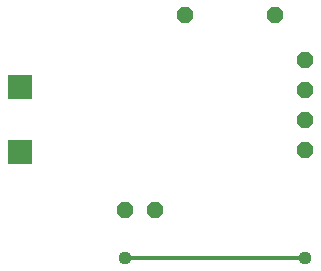
<source format=gbl>
G75*
%MOIN*%
%OFA0B0*%
%FSLAX25Y25*%
%IPPOS*%
%LPD*%
%AMOC8*
5,1,8,0,0,1.08239X$1,22.5*
%
%ADD10OC8,0.05200*%
%ADD11R,0.08268X0.08268*%
%ADD12C,0.04400*%
%ADD13C,0.01300*%
D10*
X0066600Y0026600D03*
X0076600Y0026600D03*
X0126600Y0046600D03*
X0126600Y0056600D03*
X0126600Y0066600D03*
X0126600Y0076600D03*
X0116600Y0091600D03*
X0086600Y0091600D03*
D11*
X0031600Y0045773D03*
X0031600Y0067427D03*
D12*
X0066600Y0010600D03*
X0126600Y0010600D03*
D13*
X0066600Y0010600D01*
M02*

</source>
